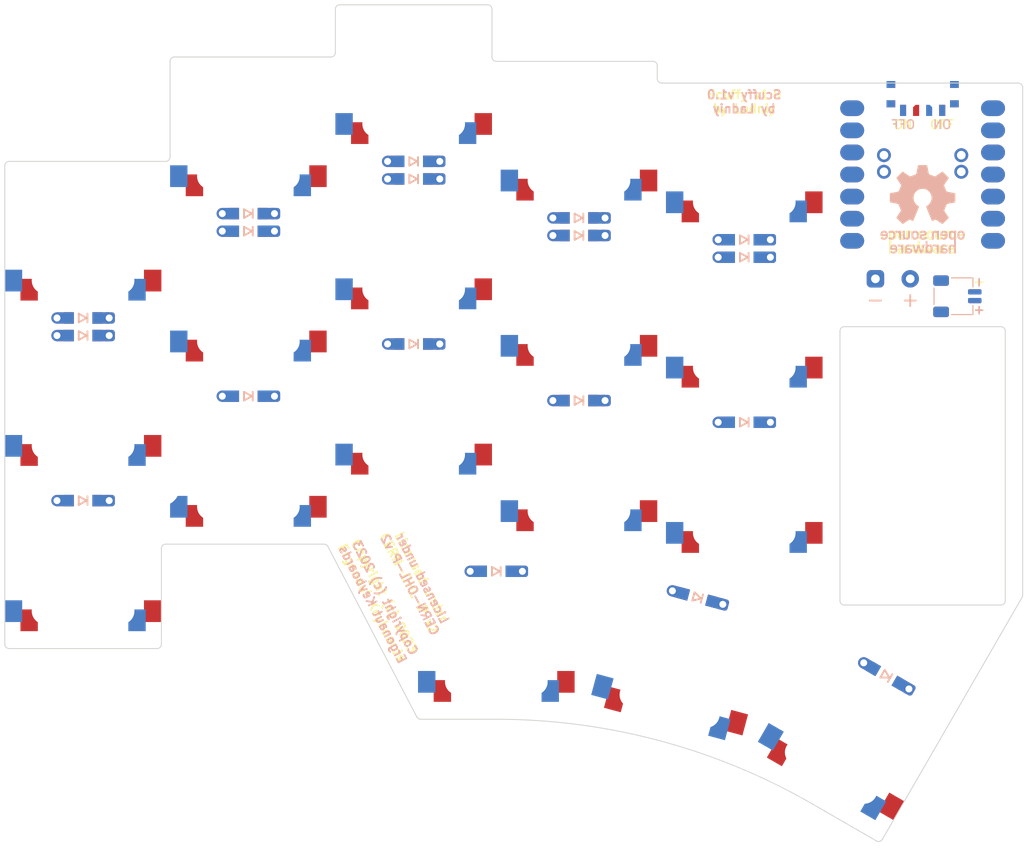
<source format=kicad_pcb>
(kicad_pcb (version 20221018) (generator pcbnew)
  (layers (0 "F.Cu" signal) (31 "B.Cu" signal) (34 "B.Paste" user) (35 "F.Paste" user) (36 "B.SilkS" user "B.Silkscreen") (37 "F.SilkS" user "F.Silkscreen") (38 "B.Mask" user) (39 "F.Mask" user) (44 "Edge.Cuts" user))
  (net 0 "")
  (net 1 "R0")
  (net 2 "Net-(D1-A)")
  (net 3 "Net-(D2-A)")
  (net 4 "Net-(D3-A)")
  (net 5 "Net-(D4-A)")
  (net 6 "Net-(D5-A)")
  (net 7 "R1")
  (net 8 "Net-(D7-A)")
  (net 9 "Net-(D8-A)")
  (net 10 "Net-(D9-A)")
  (net 11 "Net-(D10-A)")
  (net 12 "Net-(D11-A)")
  (net 13 "R2")
  (net 14 "Net-(D13-A)")
  (net 15 "Net-(D14-A)")
  (net 16 "Net-(D15-A)")
  (net 17 "Net-(D16-A)")
  (net 18 "Net-(D17-A)")
  (net 19 "R3")
  (net 20 "Net-(J1-Pin_1)")
  (net 21 "B-")
  (net 22 "B+")
  (net 24 "C0")
  (net 25 "C1")
  (net 26 "C2")
  (net 27 "C3")
  (net 28 "C4")
  (net 30 "+3V3")
  (net 31 "GND")
  (net 32 "+5V")
  (net 34 "Net-(D6-A)")
  (net 35 "Net-(D12-A)")
  (net 36 "Net-(D18-A)")
  (footprint "scuffy:Battery" (layer "F.Cu") (at 186.97 86.76 180)
    (fp_text reference "J2" hide)
    (fp_text value "BATT" hide)
    (pad "1" thru_hole circle (at -2 0 180) (size 2 2) (drill 1) (layers "*.Cu" "*.Mask") (net 20 "Net-(J1-Pin_1)"))
    (pad "2" thru_hole roundrect (at 2 0 270) (size 2 2) (drill 1) (layers "*.Cu" "*.Mask") (net 21 "B-"))
  )
  (footprint "scuffy:Hole_2.2mm" (layer "F.Cu") (at 193.851755 132.182575)
    (fp_text reference "H7" hide)
    (fp_text value "StandoffHole" hide)
    (pad "" np_thru_hole circle (at 0 0 270) (size 2.2 2.2) (drill 2.2) (layers "F&B.Cu" "*.Mask"))
  )
  (footprint "scuffy:KS-27_KS-33_Hotswap_1U_DUAL" (layer "F.Cu") (at 93.892758 120.259559)
    (fp_text reference "SW11")
    (fp_text value "SW_SPST" hide)
    (pad "" np_thru_hole circle (at -4.4 4.7) (size 3 3) (drill 3) (layers "F&B.Cu" "*.Mask"))
    (pad "" np_thru_hole circle (at -2.6 5.75) (size 3 3) (drill 3) (layers "F&B.Cu" "*.Mask"))
    (pad "" np_thru_hole circle (at 0 0) (size 5.1 5.1) (drill 5.1) (layers "F&B.Cu" "*.Mask"))
    (pad "" np_thru_hole circle (at 2.6 5.75) (size 3 3) (drill 3) (layers "F&B.Cu" "*.Mask"))
    (pad "" np_thru_hole circle (at 4.4 4.7) (size 3 3) (drill 3) (layers "F&B.Cu" "*.Mask"))
    (pad "1" smd rect (at -8 4.7) (size 2 2.5) (layers "B.Cu" "B.Paste" "B.Mask") (net 12 "Net-(D11-A)"))
    (pad "1" smd rect (at -6.2 5.75) (size 2 2.5) (layers "F.Cu" "F.Paste" "F.Mask") (net 12 "Net-(D11-A)"))
    (pad "2" smd rect (at 6.2 5.75) (size 2 2.5) (layers "B.Cu" "B.Paste" "B.Mask") (net 24 "C0"))
    (pad "2" smd rect (at 8 4.7) (size 2 2.5) (layers "F.Cu" "F.Paste" "F.Mask") (net 24 "C0"))
  )
  (footprint "scuffy:OSHW-logo" (layer "F.Cu") (at 190.392758 78.77)
    (fp_text reference "G1" hide)
    (fp_text value "LOGO" hide)
  )
  (footprint "scuffy:XIAO_nRF52840_DUAL" (layer "F.Cu") (at 190.392758 64.27)
    (fp_text reference "U1" hide)
    (fp_text value "XIAO_nRF52840" hide)
    (pad "1" smd oval (at -8.56996 2.88 180) (size 2.75 1.8) (drill (offset -0.475 0)) (layers "F.Cu" "F.Paste" "F.Mask") (net 24 "C0"))
    (pad "1" smd oval (at 8.56996 2.88 180) (size 2.75 1.8) (drill (offset 0.475 0)) (layers "B.Cu" "B.Paste" "B.Mask") (net 24 "C0"))
    (pad "2" smd oval (at -8.56996 5.42 180) (size 2.75 1.8) (drill (offset -0.475 0)) (layers "F.Cu" "F.Paste" "F.Mask") (net 25 "C1"))
    (pad "2" smd oval (at 8.56996 5.42 180) (size 2.75 1.8) (drill (offset 0.475 0)) (layers "B.Cu" "B.Paste" "B.Mask") (net 25 "C1"))
    (pad "3" smd oval (at -8.56996 7.96 180) (size 2.75 1.8) (drill (offset -0.475 0)) (layers "F.Cu" "F.Paste" "F.Mask") (net 26 "C2"))
    (pad "3" smd oval (at 8.56996 7.96 180) (size 2.75 1.8) (drill (offset 0.475 0)) (layers "B.Cu" "B.Paste" "B.Mask") (net 26 "C2"))
    (pad "4" smd oval (at -8.56996 10.5 180) (size 2.75 1.8) (drill (offset -0.475 0)) (layers "F.Cu" "F.Paste" "F.Mask") (net 27 "C3"))
    (pad "4" smd oval (at 8.56996 10.5 180) (size 2.75 1.8) (drill (offset 0.475 0)) (layers "B.Cu" "B.Paste" "B.Mask") (net 27 "C3"))
    (pad "5" smd oval (at -8.56996 13.04 180) (size 2.75 1.8) (drill (offset -0.475 0)) (layers "F.Cu" "F.Paste" "F.Mask") (net 28 "C4"))
    (pad "5" smd oval (at 8.56996 13.04 180) (size 2.75 1.8) (drill (offset 0.475 0)) (layers "B.Cu" "B.Paste" "B.Mask") (net 28 "C4"))
    (pad "6" smd oval (at -8.56996 15.58 180) (size 2.75 1.8) (drill (offset -0.475 0)) (layers "F.Cu" "F.Paste" "F.Mask"))
    (pad "6" smd oval (at 8.56996 15.58 180) (size 2.75 1.8) (drill (offset 0.475 0)) (layers "B.Cu" "B.Paste" "B.Mask"))
    (pad "7" smd oval (at -8.56996 18.12 180) (size 2.75 1.8) (drill (offset -0.475 0)) (layers "F.Cu" "F.Paste" "F.Mask"))
    (pad "7" smd oval (at 8.56996 18.12 180) (size 2.75 1.8) (drill (offset 0.475 0)) (layers "B.Cu" "B.Paste" "B.Mask"))
    (pad "8" smd oval (at -8.56996 18.12) (size 2.75 1.8) (drill (offset 0.475 0)) (layers "B.Cu" "B.Paste" "B.Mask") (net 19 "R3"))
    (pad "8" smd oval (at 8.56996 18.12) (size 2.75 1.8) (drill (offset -0.475 0)) (layers "F.Cu" "F.Paste" "F.Mask") (net 19 "R3"))
    (pad "9" smd oval (at -8.56996 15.58) (size 2.75 1.8) (drill (offset 0.475 0)) (layers "B.Cu" "B.Paste" "B.Mask") (net 13 "R2"))
    (pad "9" smd oval (at 8.56996 15.58) (size 2.75 1.8) (drill (offset -0.475 0)) (layers "F.Cu" "F.Paste" "F.Mask") (net 13 "R2"))
    (pad "10" smd oval (at -8.56996 13.04) (size 2.75 1.8) (drill (offset 0.475 0)) (layers "B.Cu" "B.Paste" "B.Mask") (net 7 "R1"))
    (pad "10" smd oval (at 8.56996 13.04) (size 2.75 1.8) (drill (offset -0.475 0)) (layers "F.Cu" "F.Paste" "F.Mask") (net 7 "R1"))
    (pad "11" smd oval (at -8.56996 10.5) (size 2.75 1.8) (drill (offset 0.475 0)) (layers "B.Cu" "B.Paste" "B.Mask") (net 1 "R0"))
    (pad "11" smd oval (at 8.56996 10.5) (size 2.75 1.8) (drill (offset -0.475 0)) (layers "F.Cu" "F.Paste" "F.Mask") (net 1 "R0"))
    (pad "12" smd oval (at -8.56996 7.96) (size 2.75 1.8) (drill (offset 0.475 0)) (layers "B.Cu" "B.Paste" "B.Mask") (net 30 "+3V3"))
    (pad "12" smd oval (at 8.56996 7.96) (size 2.75 1.8) (drill (offset -0.475 0)) (layers "F.Cu" "F.Paste" "F.Mask") (net 30 "+3V3"))
    (pad "13" smd oval (at -8.56996 5.42) (size 2.75 1.8) (drill (offset 0.475 0)) (layers "B.Cu" "B.Paste" "B.Mask") (net 31 "GND"))
    (pad "13" smd oval (at 8.56996 5.42) (size 2.75 1.8) (drill (offset -0.475 0)) (layers "F.Cu" "F.Paste" "F.Mask") (net 31 "GND"))
    (pad "14" smd oval (at -8.56996 2.88) (size 2.75 1.8) (drill (offset 0.475 0)) (layers "B.Cu" "B.Paste" "B.Mask") (net 32 "+5V"))
    (pad "14" smd oval (at 8.56996 2.88) (size 2.75 1.8) (drill (offset -0.475 0)) (layers "F.Cu" "F.Paste" "F.Mask") (net 32 "+5V"))
    (pad "19" thru_hole circle (at -4.445 10.183 180) (size 1.6 1.6) (drill 1) (layers "*.Cu" "*.Mask") (net 22 "B+"))
    (pad "19" thru_hole circle (at 4.445 10.183 180) (size 1.6 1.6) (drill 1) (layers "*.Cu" "*.Mask") (net 22 "B+"))
    (pad "20" thru_hole circle (at -4.445 8.278 180) (size 1.6 1.6) (drill 1) (layers "*.Cu" "*.Mask") (net 21 "B-"))
    (pad "20" thru_hole circle (at 4.445 8.278 180) (size 1.6 1.6) (drill 1) (layers "*.Cu" "*.Mask") (net 21 "B-"))
  )
  (footprint "scuffy:Hole_2.2mm" (layer "F.Cu") (at 199.392758 88.759559)
    (fp_text reference "H6" hide)
    (fp_text value "StandoffHole" hide)
    (pad "" np_thru_hole circle (at 0 0 270) (size 2.2 2.2) (drill 2.2) (layers "F&B.Cu" "*.Mask"))
  )
  (footprint "scuffy:KS-27_KS-33_Hotswap_1U_DUAL" (layer "F.Cu") (at 93.892758 82.259559)
    (fp_text reference "SW1")
    (fp_text value "SW_SPST" hide)
    (pad "" np_thru_hole circle (at -4.4 4.7) (size 3 3) (drill 3) (layers "F&B.Cu" "*.Mask"))
    (pad "" np_thru_hole circle (at -2.6 5.75) (size 3 3) (drill 3) (layers "F&B.Cu" "*.Mask"))
    (pad "" np_thru_hole circle (at 0 0) (size 5.1 5.1) (drill 5.1) (layers "F&B.Cu" "*.Mask"))
    (pad "" np_thru_hole circle (at 2.6 5.75) (size 3 3) (drill 3) (layers "F&B.Cu" "*.Mask"))
    (pad "" np_thru_hole circle (at 4.4 4.7) (size 3 3) (drill 3) (layers "F&B.Cu" "*.Mask"))
    (pad "1" smd rect (at -8 4.7) (size 2 2.5) (layers "B.Cu" "B.Paste" "B.Mask") (net 2 "Net-(D1-A)"))
    (pad "1" smd rect (at -6.2 5.75) (size 2 2.5) (layers "F.Cu" "F.Paste" "F.Mask") (net 2 "Net-(D1-A)"))
    (pad "2" smd rect (at 6.2 5.75) (size 2 2.5) (layers "B.Cu" "B.Paste" "B.Mask") (net 24 "C0"))
    (pad "2" smd rect (at 8 4.7) (size 2 2.5) (layers "F.Cu" "F.Paste" "F.Mask") (net 24 "C0"))
  )
  (footprint "scuffy:KS-27_KS-33_Hotswap_1U_DUAL" (layer "F.Cu") (at 182.22259 139.32488 -30)
    (fp_text reference "SW18")
    (fp_text value "SW_SPST" hide)
    (pad "" np_thru_hole circle (at -4.4 4.7 330) (size 3 3) (drill 3) (layers "F&B.Cu" "*.Mask"))
    (pad "" np_thru_hole circle (at -2.6 5.75 330) (size 3 3) (drill 3) (layers "F&B.Cu" "*.Mask"))
    (pad "" np_thru_hole circle (at 0 0 330) (size 5.1 5.1) (drill 5.1) (layers "F&B.Cu" "*.Mask"))
    (pad "" np_thru_hole circle (at 2.6 5.75 330) (size 3 3) (drill 3) (layers "F&B.Cu" "*.Mask"))
    (pad "" np_thru_hole circle (at 4.4 4.7 330) (size 3 3) (drill 3) (layers "F&B.Cu" "*.Mask"))
    (pad "1" smd rect (at -8 4.7 330) (size 2 2.5) (layers "B.Cu" "B.Paste" "B.Mask") (net 36 "Net-(D18-A)"))
    (pad "1" smd rect (at -6.2 5.75 330) (size 2 2.5) (layers "F.Cu" "F.Paste" "F.Mask") (net 36 "Net-(D18-A)"))
    (pad "2" smd rect (at 6.2 5.75 330) (size 2 2.5) (layers "B.Cu" "B.Paste" "B.Mask") (net 28 "C4"))
    (pad "2" smd rect (at 8 4.7 330) (size 2 2.5) (layers "F.Cu" "F.Paste" "F.Mask") (net 28 "C4"))
  )
  (footprint "scuffy:KS-27_KS-33_Hotswap_1U_DUAL" (layer "F.Cu") (at 141.392758 128.384559)
    (fp_text reference "SW16")
    (fp_text value "SW_SPST" hide)
    (pad "" np_thru_hole circle (at -4.4 4.7) (size 3 3) (drill 3) (layers "F&B.Cu" "*.Mask"))
    (pad "" np_thru_hole circle (at -2.6 5.75) (size 3 3) (drill 3) (layers "F&B.Cu" "*.Mask"))
    (pad "" np_thru_hole circle (at 0 0) (size 5.1 5.1) (drill 5.1) (layers "F&B.Cu" "*.Mask"))
    (pad "" np_thru_hole circle (at 2.6 5.75) (size 3 3) (drill 3) (layers "F&B.Cu" "*.Mask"))
    (pad "" np_thru_hole circle (at 4.4 4.7) (size 3 3) (drill 3) (layers "F&B.Cu" "*.Mask"))
    (pad "1" smd rect (at -8 4.7) (size 2 2.5) (layers "B.Cu" "B.Paste" "B.Mask") (net 17 "Net-(D16-A)"))
    (pad "1" smd rect (at -6.2 5.75) (size 2 2.5) (layers "F.Cu" "F.Paste" "F.Mask") (net 17 "Net-(D16-A)"))
    (pad "2" smd rect (at 6.2 5.75) (size 2 2.5) (layers "B.Cu" "B.Paste" "B.Mask") (net 26 "C2"))
    (pad "2" smd rect (at 8 4.7) (size 2 2.5) (layers "F.Cu" "F.Paste" "F.Mask") (net 26 "C2"))
  )
  (footprint "scuffy:KS-27_KS-33_Hotswap_1U_DUAL" (layer "F.Cu") (at 162.527834 131.167045 -15)
    (fp_text reference "SW17")
    (fp_text value "SW_SPST" hide)
    (pad "" np_thru_hole circle (at -4.4 4.7 345) (size 3 3) (drill 3) (layers "F&B.Cu" "*.Mask"))
    (pad "" np_thru_hole circle (at -2.6 5.75 345) (size 3 3) (drill 3) (layers "F&B.Cu" "*.Mask"))
    (pad "" np_thru_hole circle (at 0 0 345) (size 5.1 5.1) (drill 5.1) (layers "F&B.Cu" "*.Mask"))
    (pad "" np_thru_hole circle (at 2.6 5.75 345) (size 3 3) (drill 3) (layers "F&B.Cu" "*.Mask"))
    (pad "" np_thru_hole circle (at 4.4 4.7 345) (size 3 3) (drill 3) (layers "F&B.Cu" "*.Mask"))
    (pad "1" smd rect (at -8 4.7 345) (size 2 2.5) (layers "B.Cu" "B.Paste" "B.Mask") (net 18 "Net-(D17-A)"))
    (pad "1" smd rect (at -6.2 5.75 345) (size 2 2.5) (layers "F.Cu" "F.Paste" "F.Mask") (net 18 "Net-(D17-A)"))
    (pad "2" smd rect (at 6.2 5.75 345) (size 2 2.5) (layers "B.Cu" "B.Paste" "B.Mask") (net 27 "C3"))
    (pad "2" smd rect (at 8 4.7 345) (size 2 2.5) (layers "F.Cu" "F.Paste" "F.Mask") (net 27 "C3"))
  )
  (footprint "scuffy:MSK-12C02_DUAL" (layer "F.Cu") (at 190.392758 64.26)
    (fp_text reference "PWR1" hide)
    (fp_text value "SW_SPDT")
    (fp_text user "ON" (at 2.25 4.77) (layer "B.SilkS") (effects (justify mirror)))
    (fp_text user "OFF" (at -2.25 4.77) (layer "B.SilkS") (effects (justify mirror)))
    (fp_text user "ON" (at -2.25 4.77) (layer "F.SilkS"))
    (fp_text user "OFF" (at 2.25 4.77) (layer "F.SilkS"))
    (pad "" smd rect (at -3.65 0.16) (size 1 0.8) (layers "F.Cu" "F.Paste" "F.Mask"))
    (pad "" smd rect (at -3.65 0.16) (size 1 0.8) (layers "B.Cu" "B.Paste" "B.Mask"))
    (pad "" smd rect (at -3.65 2.38) (size 1 0.8) (layers "F.Cu" "F.Paste" "F.Mask"))
    (pad "" smd rect (at -3.65 2.38) (size 1 0.8) (layers "B.Cu" "B.Paste" "B.Mask"))
    (pad "" np_thru_hole circle (at -1.5 1.27) (size 0.9 0.9) (drill 0.9) (layers "*.Cu" "*.Mask"))
    (pad "" np_thru_hole circle (at 1.5 1.27) (size 0.9 0.9) (drill 0.9) (layers "*.Cu" "*.Mask"))
    (pad "" smd rect (at 3.65 0.16) (size 1 0.8) (layers "F.Cu" "F.Paste" "F.Mask"))
    (pad "" smd rect (at 3.65 0.16) (size 1 0.8) (layers "B.Cu" "B.Paste" "B.Mask"))
    (pad "" smd rect (at 3.65 2.38) (size 1 0.8) (layers "F.Cu" "F.Paste" "F.Mask"))
    (pad "" smd rect (at 3.65 2.38) (size 1 0.8) (layers "B.Cu" "B.Paste" "B.Mask"))
    (pad "1" smd rect (at -2.25 3.14) (size 0.7 1.28) (layers "F.Cu" "F.Paste" "F.Mask") (net 22 "B+"))
    (pad "1" smd rect (at -2.25 3.14) (size 0.7 1.28) (layers "B.Cu" "B.Paste" "B.Mask") (net 22 "B+"))
    (pad "2" smd roundrect (at -0.75 3.14) (size 0.7 1.28) (layers "F.Cu" "F.Paste" "F.Mask") (roundrect_rratio 0) (chamfer_ratio 0.4) (chamfer top_left) (net 20 "Net-(J1-Pin_1)"))
    (pad "2" smd roundrect (at 0.75 3.14) (size 0.7 1.28) (layers "B.Cu" "B.Paste" "B.Mask") (roundrect_rratio 0) (chamfer_ratio 0.4) (chamfer top_right) (net 20 "Net-(J1-Pin_1)"))
    (pad "3" smd rect (at 2.25 3.14) (size 0.7 1.28) (layers "F.Cu" "F.Paste" "F.Mask"))
    (pad "3" smd rect (at 2.25 3.14) (size 0.7 1.28) (layers "B.Cu" "B.Paste" "B.Mask"))
  )
  (footprint "scuffy:KS-27_KS-33_Hotswap_1U_DUAL" (layer "F.Cu") (at 112.892758 89.259559)
    (fp_text reference "SW7")
    (fp_text value "SW_SPST" hide)
    (pad "" np_thru_hole circle (at -4.4 4.7) (size 3 3) (drill 3) (layers "F&B.Cu" "*.Mask"))
    (pad "" np_thru_hole circle (at -2.6 5.75) (size 3 3) (drill 3) (layers "F&B.Cu" "*.Mask"))
    (pad "" np_thru_hole circle (at 0 0) (size 5.1 5.1) (drill 5.1) (layers "F&B.Cu" "*.Mask"))
    (pad "" np_thru_hole circle (at 2.6 5.75) (size 3 3) (drill 3) (layers "F&B.Cu" "*.Mask"))
    (pad "" np_thru_hole circle (at 4.4 4.7) (size 3 3) (drill 3) (layers "F&B.Cu" "*.Mask"))
    (pad "1" smd rect (at -8 4.7) (size 2 2.5) (layers "B.Cu" "B.Paste" "B.Mask") (net 8 "Net-(D7-A)"))
    (pad "1" smd rect (at -6.2 5.75) (size 2 2.5) (layers "F.Cu" "F.Paste" "F.Mask") (net 8 "Net-(D7-A)"))
    (pad "2" smd rect (at 6.2 5.75) (size 2 2.5) (layers "B.Cu" "B.Paste" "B.Mask") (net 25 "C1"))
    (pad "2" smd rect (at 8 4.7) (size 2 2.5) (layers "F.Cu" "F.Paste" "F.Mask") (net 25 "C1"))
  )
  (footprint "scuffy:KS-27_KS-33_Hotswap_1U_DUAL" (layer "F.Cu") (at 150.892758 70.759559)
    (fp_text reference "SW4")
    (fp_text value "SW_SPST" hide)
    (pad "" np_thru_hole circle (at -4.4 4.7) (size 3 3) (drill 3) (layers "F&B.Cu" "*.Mask"))
    (pad "" np_thru_hole circle (at -2.6 5.75) (size 3 3) (drill 3) (layers "F&B.Cu" "*.Mask"))
    (pad "" np_thru_hole circle (at 0 0) (size 5.1 5.1) (drill 5.1) (layers "F&B.Cu" "*.Mask"))
    (pad "" np_thru_hole circle (at 2.6 5.75) (size 3 3) (drill 3) (layers "F&B.Cu" "*.Mask"))
    (pad "" np_thru_hole circle (at 4.4 4.7) (size 3 3) (drill 3) (layers "F&B.Cu" "*.Mask"))
    (pad "1" smd rect (at -8 4.7) (size 2 2.5) (layers "B.Cu" "B.Paste" "B.Mask") (net 5 "Net-(D4-A)"))
    (pad "1" smd rect (at -6.2 5.75) (size 2 2.5) (layers "F.Cu" "F.Paste" "F.Mask") (net 5 "Net-(D4-A)"))
    (pad "2" smd rect (at 6.2 5.75) (size 2 2.5) (layers "B.Cu" "B.Paste" "B.Mask") (net 27 "C3"))
    (pad "2" smd rect (at 8 4.7) (size 2 2.5) (layers "F.Cu" "F.Paste" "F.Mask") (net 27 "C3"))
  )
  (footprint "scuffy:KS-27_KS-33_Hotswap_1U_DUAL" (layer "F.Cu") (at 112.892758 108.259559)
    (fp_text reference "SW12")
    (fp_text value "SW_SPST" hide)
    (pad "" np_thru_hole circle (at -4.4 4.7) (size 3 3) (drill 3) (layers "F&B.Cu" "*.Mask"))
    (pad "" np_thru_hole circle (at -2.6 5.75) (size 3 3) (drill 3) (layers "F&B.Cu" "*.Mask"))
    (pad "" np_thru_hole circle (at 0 0) (size 5.1 5.1) (drill 5.1) (layers "F&B.Cu" "*.Mask"))
    (pad "" np_thru_hole circle (at 2.6 5.75) (size 3 3) (drill 3) (layers "F&B.Cu" "*.Mask"))
    (pad "" np_thru_hole circle (at 4.4 4.7) (size 3 3) (drill 3) (layers "F&B.Cu" "*.Mask"))
    (pad "1" smd rect (at -8 4.7) (size 2 2.5) (layers "B.Cu" "B.Paste" "B.Mask") (net 35 "Net-(D12-A)"))
    (pad "1" smd rect (at -6.2 5.75) (size 2 2.5) (layers "F.Cu" "F.Paste" "F.Mask") (net 35 "Net-(D12-A)"))
    (pad "2" smd rect (at 6.2 5.75) (size 2 2.5) (layers "B.Cu" "B.Paste" "B.Mask") (net 25 "C1"))
    (pad "2" smd rect (at 8 4.7) (size 2 2.5) (layers "F.Cu" "F.Paste" "F.Mask") (net 25 "C1"))
  )
  (footprint "scuffy:Hole_4.2mm" (layer "F.Cu") (at 176.579075 125.09694)
    (fp_text reference "H4" hide)
    (fp_text value "MountingHole" hide)
    (pad "" np_thru_hole circle (at 0 0 270) (size 4.2 4.2) (drill 4.2) (layers "*.Cu" "*.Mask"))
  )
  (footprint "scuffy:KS-27_KS-33_Hotswap_1U_DUAL" (layer "F.Cu") (at 150.892758 108.759559)
    (fp_text reference "SW14")
    (fp_text value "SW_SPST" hide)
    (pad "" np_thru_hole circle (at -4.4 4.7) (size 3 3) (drill 3) (layers "F&B.Cu" "*.Mask"))
    (pad "" np_thru_hole circle (at -2.6 5.75) (size 3 3) (drill 3) (layers "F&B.Cu" "*.Mask"))
    (pad "" np_thru_hole circle (at 0 0) (size 5.1 5.1) (drill 5.1) (layers "F&B.Cu" "*.Mask"))
    (pad "" np_thru_hole circle (at 2.6 5.75) (size 3 3) (drill 3) (layers "F&B.Cu" "*.Mask"))
    (pad "" np_thru_hole circle (at 4.4 4.7) (size 3 3) (drill 3) (layers "F&B.Cu" "*.Mask"))
    (pad "1" smd rect (at -8 4.7) (size 2 2.5) (layers "B.Cu" "B.Paste" "B.Mask") (net 15 "Net-(D14-A)"))
    (pad "1" smd rect (at -6.2 5.75) (size 2 2.5) (layers "F.Cu" "F.Paste" "F.Mask") (net 15 "Net-(D14-A)"))
    (pad "2" smd rect (at 6.2 5.75) (size 2 2.5) (layers "B.Cu" "B.Paste" "B.Mask") (net 27 "C3"))
    (pad "2" smd rect (at 8 4.7) (size 2 2.5) (layers "F.Cu" "F.Paste" "F.Mask") (net 27 "C3"))
  )
  (footprint "scuffy:KS-27_KS-33_Hotswap_1U_DUAL" (layer "F.Cu") (at 112.892758 70.259559)
    (fp_text reference "SW2")
    (fp_text value "SW_SPST" hide)
    (pad "" np_thru_hole circle (at -4.4 4.7) (size 3 3) (drill 3) (layers "F&B.Cu" "*.Mask"))
    (pad "" np_thru_hole circle (at -2.6 5.75) (size 3 3) (drill 3) (layers "F&B.Cu" "*.Mask"))
    (pad "" np_thru_hole circle (at 0 0) (size 5.1 5.1) (drill 5.1) (layers "F&B.Cu" "*.Mask"))
    (pad "" np_thru_hole circle (at 2.6 5.75) (size 3 3) (drill 3) (layers "F&B.Cu" "*.Mask"))
    (pad "" np_thru_hole circle (at 4.4 4.7) (size 3 3) (drill 3) (layers "F&B.Cu" "*.Mask"))
    (pad "1" smd rect (at -8 4.7) (size 2 2.5) (layers "B.Cu" "B.Paste" "B.Mask") (net 3 "Net-(D2-A)"))
    (pad "1" smd rect (at -6.2 5.75) (size 2 2.5) (layers "F.Cu" "F.Paste" "F.Mask") (net 3 "Net-(D2-A)"))
    (pad "2" smd rect (at 6.2 5.75) (size 2 2.5) (layers "B.Cu" "B.Paste" "B.Mask") (net 25 "C1"))
    (pad "2" smd rect (at 8 4.7) (size 2 2.5) (layers "F.Cu" "F.Paste" "F.Mask") (net 25 "C1"))
  )
  (footprint "scuffy:KS-27_KS-33_Hotswap_1U_DUAL" (layer "F.Cu") (at 131.892758 64.259559)
    (fp_text reference "SW3")
    (fp_text value "SW_SPST" hide)
    (pad "" np_thru_hole circle (at -4.4 4.7) (size 3 3) (drill 3) (layers "F&B.Cu" "*.Mask"))
    (pad "" np_thru_hole circle (at -2.6 5.75) (size 3 3) (drill 3) (layers "F&B.Cu" "*.Mask"))
    (pad "" np_thru_hole circle (at 0 0) (size 5.1 5.1) (drill 5.1) (layers "F&B.Cu" "*.Mask"))
    (pad "" np_thru_hole circle (at 2.6 5.75) (size 3 3) (drill 3) (layers "F&B.Cu" "*.Mask"))
    (pad "" np_thru_hole circle (at 4.4 4.7) (size 3 3) (drill 3) (layers "F&B.Cu" "*.Mask"))
    (pad "1" smd rect (at -8 4.7) (size 2 2.5) (layers "B.Cu" "B.Paste" "B.Mask") (net 4 "Net-(D3-A)"))
    (pad "1" smd rect (at -6.2 5.75) (size 2 2.5) (layers "F.Cu" "F.Paste" "F.Mask") (net 4 "Net-(D3-A)"))
    (pad "2" smd rect (at 6.2 5.75) (size 2 2.5) (layers "B.Cu" "B.Paste" "B.Mask") (net 26 "C2"))
    (pad "2" smd rect (at 8 4.7) (size 2 2.5) (layers "F.Cu" "F.Paste" "F.Mask") (net 26 "C2"))
  )
  (footprint "scuffy:KS-27_KS-33_Hotswap_1U_DUAL" (layer "F.Cu") (at 150.892758 89.759559)
    (fp_text reference "SW9")
    (fp_text value "SW_SPST" hide)
    (pad "" np_thru_hole circle (at -4.4 4.7) (size 3 3) (drill 3) (layers "F&B.Cu" "*.Mask"))
    (pad "" np_thru_hole circle (at -2.6 5.75) (size 3 3) (drill 3) (layers "F&B.Cu" "*.Mask"))
    (pad "" np_thru_hole circle (at 0 0) (size 5.1 5.1) (drill 5.1) (layers "F&B.Cu" "*.Mask"))
    (pad "" np_thru_hole circle (at 2.6 5.75) (size 3 3) (drill 3) (layers "F&B.Cu" "*.Mask"))
    (pad "" np_thru_hole circle (at 4.4 4.7) (size 3 3) (drill 3) (layers "F&B.Cu" "*.Mask"))
    (pad "1" smd rect (at -8 4.7) (size 2 2.5) (layers "B.Cu" "B.Paste" "B.Mask") (net 10 "Net-(D9-A)"))
    (pad "1" smd rect (at -6.2 5.75) (size 2 2.5) (layers "F.Cu" "F.Paste" "F.Mask") (net 10 "Net-(D9-A)"))
    (pad "2" smd rect (at 6.2 5.75) (size 2 2.5) (layers "B.Cu" "B.Paste" "B.Mask") (net 27 "C3"))
    (pad "2" smd rect (at 8 4.7) (size 2 2.5) (layers "F.Cu" "F.Paste" "F.Mask") (net 27 "C3"))
  )
  (footprint "scuffy:KS-27_KS-33_Hotswap_1U_DUAL" (layer "F.Cu") (at 131.892758 102.259559)
    (fp_text reference "SW13")
    (fp_text value "SW_SPST" hide)
    (pad "" np_thru_hole circle (at -4.4 4.7) (size 3 3) (drill 3) (layers "F&B.Cu" "*.Mask"))
    (pad "" np_thru_hole circle (at -2.6 5.75) (size 3 3) (drill 3) (layers "F&B.Cu" "*.Mask"))
    (pad "" np_thru_hole circle (at 0 0) (size 5.1 5.1) (drill 5.1) (layers "F&B.Cu" "*.Mask"))
    (pad "" np_thru_hole circle (at 2.6 5.75) (size 3 3) (drill 3) (layers "F&B.Cu" "*.Mask"))
    (pad "" np_thru_hole circle (at 4.4 4.7) (size 3 3) (drill 3) (layers "F&B.Cu" "*.Mask"))
    (pad "1" smd rect (at -8 4.7) (size 2 2.5) (layers "B.Cu" "B.Paste" "B.Mask") (net 14 "Net-(D13-A)"))
    (pad "1" smd rect (at -6.2 5.75) (size 2 2.5) (layers "F.Cu" "F.Paste" "F.Mask") (net 14 "Net-(D13-A)"))
    (pad "2" smd rect (at 6.2 5.75) (size 2 2.5) (layers "B.Cu" "B.Paste" "B.Mask") (net 26 "C2"))
    (pad "2" smd rect (at 8 4.7) (size 2 2.5) (layers "F.Cu" "F.Paste" "F.Mask") (net 26 "C2"))
  )
  (footprint "scuffy:KS-27_KS-33_Hotswap_1U_DUAL" (layer "F.Cu") (at 93.892758 101.259559)
    (fp_text reference "SW6")
    (fp_text value "SW_SPST" hide)
    (pad "" np_thru_hole circle (at -4.4 4.7) (size 3 3) (drill 3) (layers "F&B.Cu" "*.Mask"))
    (pad "" np_thru_hole circle (at -2.6 5.75) (size 3 3) (drill 3) (layers "F&B.Cu" "*.Mask"))
    (pad "" np_thru_hole circle (at 0 0) (size 5.1 5.1) (drill 5.1) (layers "F&B.Cu" "*.Mask"))
    (pad "" np_thru_hole circle (at 2.6 5.75) (size 3 3) (drill 3) (layers "F&B.Cu" "*.Mask"))
    (pad "" np_thru_hole circle (at 4.4 4.7) (size 3 3) (drill 3) (layers "F&B.Cu" "*.Mask"))
    (pad "1" smd rect (at -8 4.7) (size 2 2.5) (layers "B.Cu" "B.Paste" "B.Mask") (net 34 "Net-(D6-A)"))
    (pad "1" smd rect (at -6.2 5.75) (size 2 2.5) (layers "F.Cu" "F.Paste" "F.Mask") (net 34 "Net-(D6-A)"))
    (pad "2" smd rect (at 6.2 5.75) (size 2 2.5) (layers "B.Cu" "B.Paste" "B.Mask") (net 24 "C0"))
    (pad "2" smd rect (at 8 4.7) (size 2 2.5) (layers "F.Cu" "F.Paste" "F.Mask") (net 24 "C0"))
  )
  (footprint "scuffy:Hole_2.2mm" (layer "F.Cu") (at 181.392758 88.759559)
    (fp_text reference "H5" hide)
    (fp_text value "StandoffHole" hide)
    (pad "" np_thru_hole circle (at 0 0 270) (size 2.2 2.2) (drill 2.2) (layers "F&B.Cu" "*.Mask"))
  )
  (footprint "scuffy:KS-27_KS-33_Hotswap_1U_DUAL" (layer "F.Cu") (at 169.892758 73.259559)
    (fp_text reference "SW5")
    (fp_text value "SW_SPST" hide)
    (pad "" np_thru_hole circle (at -4.4 4.7) (size 3 3) (drill 3) (layers "F&B.Cu" "*.Mask"))
    (pad "" np_thru_hole circle (at -2.6 5.75) (size 3 3) (drill 3) (layers "F&B.Cu" "*.Mask"))
    (pad "" np_thru_hole circle (at 0 0) (size 5.1 5.1) (drill 5.1) (layers "F&B.Cu" "*.Mask"))
    (pad "" np_thru_hole circle (at 2.6 5.75) (size 3 3) (drill 3) (layers "F&B.Cu" "*.Mask"))
    (pad "" np_thru_hole circle (at 4.4 4.7) (size 3 3) (drill 3) (layers "F&B.Cu" "*.Mask"))
    (pad "1" smd rect (at -8 4.7) (size 2 2.5) (layers "B.Cu" "B.Paste" "B.Mask") (net 6 "Net-(D5-A)"))
    (pad "1" smd rect (at -6.2 5.75) (size 2 2.5) (layers "F.Cu" "F.Paste" "F.Mask") (net 6 "Net-(D5-A)"))
    (pad "2" smd rect (at 6.2 5.75) (size 2 2.5) (layers "B.Cu" "B.Paste" "B.Mask") (net 28 "C4"))
    (pad "2" smd rect (at 8 4.7) (size 2 2.5) (layers "F.Cu" "F.Paste" "F.Mask") (net 28 "C4"))
  )
  (footprint "scuffy:Hole_4.2mm" (layer "F.Cu") (at 102.892758 110.759559)
    (fp_text reference "H2" hide)
    (fp_text value "MountingHole" hide)
    (pad "" np_thru_hole circle (at 0 0 270) (size 4.2 4.2) (drill 4.2) (layers "*.Cu" "*.Mask"))
  )
  (footprint "scuffy:Hole_4.2mm" (layer "F.Cu") (at 103.892758 79.759559)
    (fp_text reference "H1" hide)
    (fp_text value "MountingHole" hide)
    (pad "" np_thru_hole circle (at 0 0 270) (size 4.2 4.2) (drill 4.2) (layers "*.Cu" "*.Mask"))
  )
  (footprint "scuffy:KS-27_KS-33_Hotswap_1U_DUAL" (layer "F.Cu") (at 169.892758 92.259559)
    (fp_text reference "SW10")
    (fp_text value "SW_SPST" hide)
    (pad "" np_thru_hole circle (at -4.4 4.7) (size 3 3) (drill 3) (layers "F&B.Cu" "*.Mask"))
    (pad "" np_thru_hole circle (at -2.6 5.75) (size 3 3) (drill 3) (layers "F&B.Cu" "*.Mask"))
    (pad "" np_thru_hole circle (at 0 0) (size 5.1 5.1) (drill 5.1) (layers "F&B.Cu" "*.Mask"))
    (pad "" np_thru_hole circle (at 2.6 5.75) (size 3 3) (drill 3) (layers "F&B.Cu" "*.Mask"))
    (pad "" np_thru_hole circle (at 4.4 4.7) (size 3 3) (drill 3) (layers "F&B.Cu" "*.Mask"))
    (pad "1" smd rect (at -8 4.7) (size 2 2.5) (layers "B.Cu" "B.Paste" "B.Mask") (net 11 "Net-(D10-A)"))
    (pad "1" smd rect (at -6.2 5.75) (size 2 2.5) (layers "F.Cu" "F.Paste" "F.Mask") (net 11 "Net-(D10-A)"))
    (pad "2" smd rect (at 6.2 5.75) (size 2 2.5) (layers "B.Cu" "B.Paste" "B.Mask") (net 28 "C4"))
    (pad "2" smd rect (at 8 4.7) (size 2 2.5) (layers "F.Cu" "F.Paste" "F.Mask") (net 28 "C4"))
  )
  (footprint "scuffy:KS-27_KS-33_Hotswap_1U_DUAL" (layer "F.Cu") (at 131.892758 83.259559)
    (fp_text reference "SW8")
    (fp_text value "SW_SPST" hide)
    (pad "" np_thru_hole circle (at -4.4 4.7) (size 3 3) (drill 3) (layers "F&B.Cu" "*.Mask"))
    (pad "" np_thru_hole circle (at -2.6 5.75) (size 3 3) (drill 3) (layers "F&B.Cu" "*.Mask"))
    (pad "" np_thru_hole circle (at 0 0) (size 5.1 5.1) (drill 5.1) (layers "F&B.Cu" "*.Mask"))
    (pad "" np_thru_hole circle (at 2.6 5.75) (size 3 3) (drill 3) (layers "F&B.Cu" "*.Mask"))
    (pad "" np_thru_hole circle (at 4.4 4.7) (size 3 3) (drill 3) (layers "F&B.Cu" "*.Mask"))
    (pad "1" smd rect (at -8 4.7) (size 2 2.5) (layers "B.Cu" "B.Paste" "B.Mask") (net 9 "Net-(D8-A)"))
    (pad "1" smd rect (at -6.2 5.75) (size 2 2.5) (layers "F.Cu" "F.Paste" "F.Mask") (net 9 "Net-(D8-A)"))
    (pad "2" smd rect (at 6.2 5.75) (size 2 2.5) (layers "B.Cu" "B.Paste" "B.Mask") (net 26 "C2"))
    (pad "2" smd rect (at 8 4.7) (size 2 2.5) (layers "F.Cu" "F.Paste" "F.Mask") (net 26 "C2"))
  )
  (footprint "scuffy:KS-27_KS-33_Hotswap_1U_DUAL" (layer "F.Cu") (at 169.892758 111.259559)
    (fp_text reference "SW15")
    (fp_text value "SW_SPST" hide)
    (pad "" np_thru_hole circle (at -4.4 4.7) (size 3 3) (drill 3) (layers "F&B.Cu" "*.Mask"))
    (pad "" np_thru_hole circle (at -2.6 5.75) (size 3 3) (drill 3) (layers "F&B.Cu" "*.Mask"))
    (pad "" np_thru_hole circle (at 0 0) (size 5.1 5.1) (drill 5.1) (layers "F&B.Cu" "*.Mask"))
    (pad "" np_thru_hole circle (at 2.6 5.75) (size 3 3) (drill 3) (layers "F&B.Cu" "*.Mask"))
    (pad "" np_thru_hole circle (at 4.4 4.7) (size 3 3) (drill 3) (layers "F&B.Cu" "*.Mask"))
    (pad "1" smd rect (at -8 4.7) (size 2 2.5) (layers "B.Cu" "B.Paste" "B.Mask") (net 16 "Net-(D15-A)"))
    (pad "1" smd rect (at -6.2 5.75) (size 2 2.5) (layers "F.Cu" "F.Paste" "F.Mask") (net 16 "Net-(D15-A)"))
    (pad "2" smd rect (at 6.2 5.75) (size 2 2.5) (layers "B.Cu" "B.Paste" "B.Mask") (net 28 "C4"))
    (pad "2" smd rect (at 8 4.7) (size 2 2.5) (layers "F.Cu" "F.Paste" "F.Mask") (net 28 "C4"))
  )
  (footprint "scuffy:Hole_4.2mm" (layer "F.Cu") (at 160.392758 81.509559)
    (fp_text reference "H3" hide)
    (fp_text value "MountingHole" hide)
    (pad "" np_thru_hole circle (at 0 0 270) (size 4.2 4.2) (drill 4.2) (layers "*.Cu" "*.Mask"))
  )
  (footprint "scuffy:Diode_TH_SMD_DUAL" (layer "B.Cu") (at 169.892758 84.28 180)
    (fp_text reference "D10" hide)
    (fp_text value "D_Small" hide)
    (pad "1" thru_hole roundrect (at -3 0 180) (size 1.3 1.3) (drill 0.8) (layers "*.Cu" "*.Mask") (net 7 "R1"))
    (pad "1" smd rect (at -2.0375 0) (size 1.925 1.3) (layers "F.Cu") (net 7 "R1"))
    (pad "1" smd rect (at -2.0375 0) (size 1.925 1.3) (layers "B.Cu") (net 7 "R1"))
    (pad "1" smd rect (at -1.6375 0) (size 1.125 1.3) (layers "F.Cu" "F.Paste" "F.Mask") (net 7 "R1"))
    (pad "1" smd rect (at -1.6375 0) (size 1.125 1.3) (layers "B.Cu" "B.Paste" "B.Mask") (net 7 "R1"))
    (pad "2" smd rect (at 1.6375 0) (size 1.125 1.3) (layers "F.Cu" "F.Paste" "F.Mask") (net 11 "Net-(D10-A)"))
    (pad "2" smd rect (at 1.6375 0) (size 1.125 1.3) (layers "B.Cu" "B.Paste" "B.Mask") (net 11 "Net-(D10-A)"))
    (pad "2" smd rect (at 2.0375 0) (size 1.925 1.3) (layers "F.Cu") (net 11 "Net-(D10-A)"))
    (pad "2" smd rect (at 2.0375 0) (size 1.925 1.3) (layers "B.Cu") (net 11 "Net-(D10-A)"))
    (pad "2" thru_hole circle (at 3 0 180) (size 1.3 1.3) (drill 0.8) (layers "*.Cu" "*.Mask") (net 11 "Net-(D10-A)"))
  )
  (footprint "scuffy:OSHW-logo" (layer "B.Cu") (at 190.392758 78.77 180)
    (fp_text reference "G2" hide)
    (fp_text value "LOGO" hide)
  )
  (footprint "scuffy:JST_SH_Battery_DUAL" (layer "B.Cu") (at 194.39 88.76 90)
    (fp_text reference "J1" hide)
    (fp_text value "BATT")
    (pad "1" smd roundrect (at -0.5 2 90) (size 0.6 1.55) (layers "B.Cu" "B.Paste" "B.Mask") (net 20 "Net-(J1-Pin_1)"))
    (pad "1" smd roundrect (at 0.5 2 90) (size 0.6 1.55) (layers "F.Cu" "F.Paste" "F.Mask") (net 20 "Net-(J1-Pin_1)"))
    (pad "2" smd roundrect (at -0.5 2 90) (size 0.6 1.55) (layers "F.Cu" "F.Paste" "F.Mask") (net 21 "B-"))
    (pad "2" smd roundrect (at 0.5 2 90) (size 0.6 1.55) (layers "B.Cu" "B.Paste" "B.Mask") (net 21 "B-"))
    (pad "MP" smd roundrect (at -1.8 -1.875 90) (size 1.2 1.8) (layers "F.Cu" "F.Paste" "F.Mask") (roundrect_rratio 0.208333))
    (pad "MP" smd roundrect (at -1.8 -1.875 90) (size 1.2 1.8) (layers "B.Cu" "B.Paste" "B.Mask") (roundrect_rratio 0.208333))
    (pad "MP" smd roundrect (at 1.8 -1.875 90) (size 1.2 1.8) (layers "F.Cu" "F.Paste" "F.Mask") (roundrect_rratio 0.208333))
    (pad "MP" smd roundrect (at 1.8 -1.875 90) (size 1.2 1.8) (layers "B.Cu" "B.Paste" "B.Mask") (roundrect_rratio 0.208333))
  )
  (footprint "scuffy:Diode_TH_SMD_DUAL" (layer "B.Cu") (at 131.892758 94.25 180)
    (fp_text reference "D13" hide)
    (fp_text value "D_Small" hide)
    (pad "1" thru_hole roundrect (at -3 0 180) (size 1.3 1.3) (drill 0.8) (layers "*.Cu" "*.Mask") (net 13 "R2"))
    (pad "1" smd rect (at -2.0375 0) (size 1.925 1.3) (layers "F.Cu") (net 13 "R2"))
    (pad "1" smd rect (at -2.0375 0) (size 1.925 1.3) (layers "B.Cu") (net 13 "R2"))
    (pad "1" smd rect (at -1.6375 0) (size 1.125 1.3) (layers "F.Cu" "F.Paste" "F.Mask") (net 13 "R2"))
    (pad "1" smd rect (at -1.6375 0) (size 1.125 1.3) (layers "B.Cu" "B.Paste" "B.Mask") (net 13 "R2"))
    (pad "2" smd rect (at 1.6375 0) (size 1.125 1.3) (layers "F.Cu" "F.Paste" "F.Mask") (net 14 "Net-(D13-A)"))
    (pad "2" smd rect (at 1.6375 0) (size 1.125 1.3) (layers "B.Cu" "B.Paste" "B.Mask") (net 14 "Net-(D13-A)"))
    (pad "2" smd rect (at 2.0375 0) (size 1.925 1.3) (layers "F.Cu") (net 14 "Net-(D13-A)"))
    (pad "2" smd rect (at 2.0375 0) (size 1.925 1.3) (layers "B.Cu") (net 14 "Net-(D13-A)"))
    (pad "2" thru_hole circle (at 3 0 180) (size 1.3 1.3) (drill 0.8) (layers "*.Cu" "*.Mask") (net 14 "Net-(D13-A)"))
  )
  (footprint "scuffy:Diode_TH_SMD_DUAL" (layer "B.Cu") (at 112.892758 79.26 180)
    (fp_text reference "D2" hide)
    (fp_text value "D_Small" hide)
    (pad "1" thru_hole roundrect (at -3 0 180) (size 1.3 1.3) (drill 0.8) (layers "*.Cu" "*.Mask") (net 1 "R0"))
    (pad "1" smd rect (at -2.0375 0) (size 1.925 1.3) (layers "F.Cu") (net 1 "R0"))
    (pad "1" smd rect (at -2.0375 0) (size 1.925 1.3) (layers "B.Cu") (net 1 "R0"))
    (pad "1" smd rect (at -1.6375 0) (size 1.125 1.3) (layers "F.Cu" "F.Paste" "F.Mask") (net 1 "R0"))
    (pad "1" smd rect (at -1.6375 0) (size 1.125 1.3) (layers "B.Cu" "B.Paste" "B.Mask") (net 1 "R0"))
    (pad "2" smd rect (at 1.6375 0) (size 1.125 1.3) (layers "F.Cu" "F.Paste" "F.Mask") (net 3 "Net-(D2-A)"))
    (pad "2" smd rect (at 1.6375 0) (size 1.125 1.3) (layers "B.Cu" "B.Paste" "B.Mask") (net 3 "Net-(D2-A)"))
    (pad "2" smd rect (at 2.0375 0) (size 1.925 1.3) (layers "F.Cu") (net 3 "Net-(D2-A)"))
    (pad "2" smd rect (at 2.0375 0) (size 1.925 1.3) (layers "B.Cu") (net 3 "Net-(D2-A)"))
    (pad "2" thru_hole circle (at 3 0 180) (size 1.3 1.3) (drill 0.8) (layers "*.Cu" "*.Mask") (net 3 "Net-(D2-A)"))
  )
  (footprint "scuffy:Diode_TH_SMD_DUAL" (layer "B.Cu") (at 93.892758 91.26 180)
    (fp_text reference "D1" hide)
    (fp_text value "D_Small" hide)
    (pad "1" thru_hole roundrect (at -3 0 180) (size 1.3 1.3) (drill 0.8) (layers "*.Cu" "*.Mask") (net 1 "R0"))
    (pad "1" smd rect (at -2.0375 0) (size 1.925 1.3) (layers "F.Cu") (net 1 "R0"))
    (pad "1" smd rect (at -2.0375 0) (size 1.925 1.3) (layers "B.Cu") (net 1 "R0"))
    (pad "1" smd rect (at -1.6375 0) (size 1.125 1.3) (layers "F.Cu" "F.Paste" "F.Mask") (net 1 "R0"))
    (pad "1" smd rect (at -1.6375 0) (size 1.125 1.3) (layers "B.Cu" "B.Paste" "B.Mask") (net 1 "R0"))
    (pad "2" smd rect (at 1.6375 0) (size 1.125 1.3) (layers "F.Cu" "F.Paste" "F.Mask") (net 2 "Net-(D1-A)"))
    (pad "2" smd rect (at 1.6375 0) (size 1.125 1.3) (layers "B.Cu" "B.Paste" "B.Mask") (net 2 "Net-(D1-A)"))
    (pad "2" smd rect (at 2.0375 0) (size 1.925 1.3) (layers "F.Cu") (net 2 "Net-(D1-A)"))
    (pad "2" smd rect (at 2.0375 0) (size 1.925 1.3) (layers "B.Cu") (net 2 "Net-(D1-A)"))
    (pad "2" thru_hole circle (at 3 0 180) (size 1.3 1.3) (drill 0.8) (layers "*.Cu" "*.Mask") (net 2 "Net-(D1-A)"))
  )
  (footprint "scuffy:Diode_TH_SMD_DUAL" (layer "B.Cu") (at 141.39 120.38 180)
    (fp_text reference "D16" hide)
    (fp_text value "D_Small" hide)
    (pad "1" thru_hole roundrect (at -3 0 180) (size 1.3 1.3) (drill 0.8) (layers "*.Cu" "*.Mask") (net 19 "R3"))
    (pad "1" smd rect (at -2.0375 0) (size 1.925 1.3) (layers "F.Cu") (net 19 "R3"))
    (pad "1" smd rect (at -2.0375 0) (size 1.925 1.3) (layers "B.Cu") (net 19 "R3"))
    (pad "1" smd rect (at -1.6375 0) (size 1.125 1.3) (layers "F.Cu" "F.Paste" "F.Mask") (net 19 "R3"))
    (pad "1" smd rect (at -1.6375 0) (size 1.125 1.3) (layers "B.Cu" "B.Paste" "B.Mask") (net 19 "R3"))
    (pad "2" smd rect (at 1.6375 0) (size 1.125 1.3) (layers "F.Cu" "F.Paste" "F.Mask") (net 17 "Net-(D16-A)"))
    (pad "2" smd rect (at 1.6375 0) (size 1.125 1.3) (layers "B.Cu" "B.Paste" "B.Mask") (net 17 "Net-(D16-A)"))
    (pad "2" smd rect (at 2.0375 0) (size 1.925 1.3) (layers "F.Cu") (net 17 "Net-(D16-A)"))
    (pad "2" smd rect (at 2.0375 0) (size 1.925 1.3) (layers "B.Cu") (net 17 "Net-(D16-A)"))
    (pad "2" thru_hole circle (at 3 0 180) (size 1.3 1.3) (drill 0.8) (layers "*.Cu" "*.Mask") (net 17 "Net-(D16-A)"))
  )
  (footprint "scuffy:Diode_TH_SMD_DUAL" (layer "B.Cu") (at 150.892758 79.76 180)
    (fp_text reference "D4" hide)
    (fp_text value "D_Small" hide)
    (pad "1" thru_hole roundrect (at -3 0 180) (size 1.3 1.3) (drill 0.8) (layers "*.Cu" "*.Mask") (net 1 "R0"))
    (pad "1" smd rect (at -2.0375 0) (size 1.925 1.3) (layers "F.Cu") (net 1 "R0"))
    (pad "1" smd rect (at -2.0375 0) (size 1.925 1.3) (layers "B.Cu") (net 1 "R0"))
    (pad "1" smd rect (at -1.6375 0) (size 1.125 1.3) (layers "F.Cu" "F.Paste" "F.Mask") (net 1 "R0"))
    (pad "1" smd rect (at -1.6375 0) (size 1.125 1.3) (layers "B.Cu" "B.Paste" "B.Mask") (net 1 "R0"))
    (pad "2" smd rect (at 1.6375 0) (size 1.125 1.3) (layers "F.Cu" "F.Paste" "F.Mask") (net 5 "Net-(D4-A)"))
    (pad "2" smd rect (at 1.6375 0) (size 1.125 1.3) (layers "B.Cu" "B.Paste" "B.Mask") (net 5 "Net-(D4-A)"))
    (pad "2" smd rect (at 2.0375 0) (size 1.925 1.3) (layers "F.Cu") (net 5 "Net-(D4-A)"))
    (pad "2" smd rect (at 2.0375 0) (size 1.925 1.3) (layers "B.Cu") (net 5 "Net-(D4-A)"))
    (pad "2" thru_hole circle (at 3 0 180) (size 1.3 1.3) (drill 0.8) (layers "*.Cu" "*.Mask") (net 5 "Net-(D4-A)"))
  )
  (footprint "scuffy:Diode_TH_SMD_DUAL" (layer "B.Cu") (at 169.892758 82.26 180)
    (fp_text reference "D5" hide)
    (fp_text value "D_Small" hide)
    (pad "1" thru_hole roundrect (at -3 0 180) (size 1.3 1.3) (drill 0.8) (layers "*.Cu" "*.Mask") (net 1 "R0"))
    (pad "1" smd rect (at -2.0375 0) (size 1.925 1.3) (layers "F.Cu") (net 1 "R0"))
    (pad "1" smd rect (at -2.0375 0) (size 1.925 1.3) (layers "B.Cu") (net 1 "R0"))
    (pad "1" smd rect (at -1.6375 0) (size 1.125 1.3) (layers "F.Cu" "F.Paste" "F.Mask") (net 1 "R0"))
    (pad "1" smd rect (at -1.6375 0) (size 1.125 1.3) (layers "B.Cu" "B.Paste" "B.Mask") (net 1 "R0"))
    (pad "2" smd rect (at 1.6375 0) (size 1.125 1.3) (layers "F.Cu" "F.Paste" "F.Mask") (net 6 "Net-(D5-A)"))
    (pad "2" smd rect (at 1.6375 0) (size 1.125 1.3) (layers "B.Cu" "B.Paste" "B.Mask") (net 6 "Net-(D5-A)"))
    (pad "2" smd rect (at 2.0375 0) (size 1.925 1.3) (layers "F.Cu") (net 6 "Net-(D5-A)"))
    (pad "2" smd rect (at 2.0375 0) (size 1.925 1.3) (layers "B.Cu") (net 6 "Net-(D5-A)"))
    (pad "2" thru_hole circle (at 3 0 180) (size 1.3 1.3) (drill 0.8) (layers "*.Cu" "*.Mask") (net 6 "Net-(D5-A)"))
  )
  (footprint "scuffy:Diode_TH_SMD_DUAL" (layer "B.Cu") (at 112.892758 81.28 180)
    (fp_text reference "D7" hide)
    (fp_text value "D_Small" hide)
    (pad "1" thru_hole roundrect (at -3 0 180) (size 1.3 1.3) (drill 0.8) (layers "*.Cu" "*.Mask") (net 7 "R1"))
    (pad "1" smd rect (at -2.0375 0) (size 1.925 1.3) (layers "F.Cu") (net 7 "R1"))
    (pad "1" smd rect (at -2.0375 0) (size 1.925 1.3) (layers "B.Cu") (net 7 "R1"))
    (pad "1" smd rect (at -1.6375 0) (size 1.125 1.3) (layers "F.Cu" "F.Paste" "F.Mask") (net 7 "R1"))
    (pad "1" smd rect (at -1.6375 0) (size 1.125 1.3) (layers "B.Cu" "B.Paste" "B.Mask") (net 7 "R1"))
    (pad "2" smd rect (at 1.6375 0) (size 1.125 1.3) (layers "F.Cu" "F.Paste" "F.Mask") (net 8 "Net-(D7-A)"))
    (pad "2" smd rect (at 1.6375 0) (size 1.125 1.3) (layers "B.Cu" "B.Paste" "B.Mask") (net 8 "Net-(D7-A)"))
    (pad "2" smd rect (at 2.0375 0) (size 1.925 1.3) (layers "F.Cu") (net 8 "Net-(D7-A)"))
    (pad "2" smd rect (at 2.0375 0) (size 1.925 1.3) (layers "B.Cu") (net 8 "Net-(D7-A)"))
    (pad "2" thru_hole circle (at 3 0 180) (size 1.3 1.3) (drill 0.8) (layers "*.Cu" "*.Mask") (net 8 "Net-(D7-A)"))
  )
  (footprint "scuffy:Diode_TH_SMD_DUAL" (layer "B.Cu") (at 93.892758 112.25 180)
    (fp_text reference "D11" hide)
    (fp_text value "D_Small" hide)
    (pad "1" thru_hole roundrect (at -3 0 180) (size 1.3 1.3) (drill 0.8) (layers "*.Cu" "*.Mask") (net 13 "R2"))
    (pad "1" smd rect (at -2.0375 0) (size 1.925 1.3) (layers "F.Cu") (net 13 "R2"))
    (pad "1" smd rect (at -2.0375 0) (size 1.925 1.3) (layers "B.Cu") (net 13 "R2"))
    (pad "1" smd rect (at -1.6375 0) (size 1.125 1.3) (layers "F.Cu" "F.Paste" "F.Mask") (net 13 "R2"))
    (pad "1" smd rect (at -1.6375 0) (size 1.125 1.3) (layers "B.Cu" "B.Paste" "B.Mask") (net 13 "R2"))
    (pad "2" smd rect (at 1.6375 0) (size 1.125 1.3) (layers "F.Cu" "F.Paste" "F.Mask") (net 12 "Net-(D11-A)"))
    (pad "2" smd rect (at 1.6375 0) (size 1.125 1.3) (layers "B.Cu" "B.Paste" "B.Mask") (net 12 "Net-(D11-A)"))
    (pad "2" smd rect (at 2.0375 0) (size 1.925 1.3) (layers "F.Cu") (net 12 "Net-(D11-A)"))
    (pad "2" smd rect (at 2.0375 0) (size 1.925 1.3) (layers "B.Cu") (net 12 "Net-(D11-A)"))
    (pad "2" thru_hole circle (at 3 0 180) (size 1.3 1.3) (drill 0.8) (layers "*.Cu" "*.Mask") (net 12 "Net-(D11-A)"))
  )
  (footprint "scuffy:Diode_TH_SMD_DUAL" (layer "B.Cu") (at 150.892758 81.78 180)
    (fp_text reference "D9" hide)
    (fp_text value "D_Small" hide)
    (pad "1" thru_hole roundrect (at -3 0 180) (size 1.3 1.3) (drill 0.8) (layers "*.Cu" "*.Mask") (net 7 "R1"))
    (pad "1" smd rect (at -2.0375 0) (size 1.925 1.3) (layers "F.Cu") (net 7 "R1"))
    (pad "1" smd rect (at -2.0375 0) (size 1.925 1.3) (layers "B.Cu") (net 7 "R1"))
    (pad "1" smd rect (at -1.6375 0) (size 1.125 1.3) (layers "F.Cu" "F.Paste" "F.Mask") (net 7 "R1"))
    (pad "1" smd rect (at -1.6375 0) (size 1.125 1.3) (layers "B.Cu" "B.Paste" "B.Mask") (net 7 "R1"))
    (pad "2" smd rect (at 1.6375 0) (size 1.125 1.3) (layers "F.Cu" "F.Paste" "F.Mask") (net 10 "Net-(D9-A)"))
    (pad "2" smd rect (at 1.6375 0) (size 1.125 1.3) (layers "B.Cu" "B.Paste" "B.Mask") (net 10 "Net-(D9-A)"))
    (pad "2" smd rect (at 2.0375 0) (size 1.925 1.3) (layers "F.Cu") (net 10 "Net-(D9-A)"))
    (pad "2" smd rect (at 2.0375 0) (size 1.925 1.3) (layers "B.Cu") (net 10 "Net-(D9-A)"))
    (pad "2" thru_hole circle (at 3 0 180) (size 1.3 1.3) (drill 0.8) (layers "*.Cu" "*.Mask") (net 10 "Net-(D9-A)"))
  )
  (footprint "scuffy:Diode_TH_SMD_DUAL" (layer "B.Cu") (at 164.53 123.4 165)
    (fp_text reference "D17" hide)
    (fp_text value "D_Small" hide)
    (pad "1" thru_hole roundrect (at -3 0 165) (size 1.3 1.3) (drill 0.8) (layers "*.Cu" "*.Mask") (net 19 "R3"))
    (pad "1" smd rect (at -2.0375 0 345) (size 1.925 1.3) (layers "F.Cu") (net 19 "R3"))
    (pad "1" smd rect (at -2.0375 0 345) (size 1.925 1.3) (layers "B.Cu") (net 19 "R3"))
    (pad "1" smd rect (at -1.6375 0 345) (size 1.125 1.3) (layers "F.Cu" "F.Paste" "F.Mask") (net 19 "R3"))
    (pad "1" smd rect (at -1.6375 0 345) (size 1.125 1.3) (layers "B.Cu" "B.Paste" "B.Mask") (net 19 "R3"))
    (pad "2" smd rect (at 1.6375 0 345) (size 1.125 1.3) (layers "F.Cu" "F.Paste" "F.Mask") (net 18 "Net-(D17-A)"))
    (pad "2" smd rect (at 1.6375 0 345) (size 1.125 1.3) (layers "B.Cu" "B.Paste" "B.Mask") (net 18 "Net-(D17-A)"))
    (pad "2" smd rect (at 2.0375 0 345) (size 1.925 1.3) (layers "F.Cu") (net 18 "Net-(D17-A)"))
    (pad "2" smd rect (at 2.0375 0 345) (size 1.925 1.3) (layers "B.Cu") (net 18 "Net-(D17-A)"))
    (pad "2" thru_hole circle (at 3 0 165) (size 1.3 1.3) (drill 0.8) (layers "*.Cu" "*.Mask") (net 18 "Net-(D17-A)"))
  )
  (footprint "scuffy:Diode_TH_SMD_DUAL" (layer "B.Cu") (at 186.22 132.4 150)
    (fp_text reference "D18" hide)
    (fp_text value "D_Small" hide)
    (pad "1" thru_hole roundrect (at -3 0 150) (size 1.3 1.3) (drill 0.8) (layers "*.Cu" "*.Mask") (net 19 "R3"))
    (pad "1" smd rect (at -2.0375 0 330) (size 1.925 1.3) (layers "F.Cu") (net 19 "R3"))
    (pad "1" smd rect (at -2.0375 0 330) (size 1.925 1.3) (layers "B.Cu") (net 19 "R3"))
    (pad "1" smd rect (at -1.6375 0 330) (size 1.125 1.3) (layers "F.Cu" "F.Paste" "F.Mask") (net 19 "R3"))
    (pad "1" smd rect (at -1.6375 0 330) (size 1.125 1.3) (layers "B.Cu" "B.Paste" "B.Mask") (net 19 "R3"))
    (pad "2" smd rect (at 1.6375 0 330) (size 1.125 1.3) (layers "F.Cu" "F.Paste" "F.Mask") (net 36 "Net-(D18-A)"))
    (pad "2" smd rect (at 1.6375 0 330) (size 1.125 1.3) (layers "B.Cu" "B.Paste" "B.Mask") (net 36 "Net-(D18-A)"))
    (pad "2" smd rect (at 2.0375 0 330) (size 1.925 1.3) (layers "F.Cu") (net 36 "Net-(D18-A)"))
    (pad "2" smd rect (at 2.0375 0 330) (size 1.925 1.3) (layers "B.Cu") (net 36 "Net-(D18-A)"))
    (pad "2" thru_hole circle (at 3 0 150) (size 1.3 1.3) (drill 0.8) (layers "*.Cu" "*.Mask") (net 36 "Net-(D18-A)"))
  )
  (footprint "scuffy:Diode_TH_SMD_DUAL" (layer "B.Cu") (at 131.892758 75.28 180)
    (fp_text reference "D8" hide)
    (fp_text value "D_Small" hide)
    (pad "1" thru_hole roundrect (at -3 0 180) (size 1.3 1.3) (drill 0.8) (layers "*.Cu" "*.Mask") (net 7 "R1"))
    (pad "1" smd rect (at -2.0375 0) (size 1.925 1.3) (layers "F.Cu") (net 7 "R1"))
    (pad "1" smd rect (at -2.0375 0) (size 1.925 1.3) (layers "B.Cu") (net 7 "R1"))
    (pad "1" smd rect (at -1.6375 0) (size 1.125 1.3) (layers "F.Cu" "F.Paste" "F.Mask") (net 7 "R1"))
    (pad "1" smd rect (at -1.6375 0) (size 1.125 1.3) (layers "B.Cu" "B.Paste" "B.Mask") (net 7 "R1"))
    (pad "2" smd rect (at 1.6375 0) (size 1.125 1.3) (layers "F.Cu" "F.Paste" "F.Mask") (net 9 "Net-(D8-A)"))
    (pad "2" smd rect (at 1.6375 0) (size 1.125 1.3) (layers "B.Cu" "B.Paste" "B.Mask") (net 9 "Net-(D8-A)"))
    (pad "2" smd rect (at 2.0375 0) (size 1.925 1.3) (layers "F.Cu") (net 9 "Net-(D8-A)"))
    (pad "2" smd rect (at 2.0375 0) (size 1.925 1.3) (layers "B.Cu") (net 9 "Net-(D8-A)"))
    (pad "2" thru_hole circle (at 3 0 180) (size 1.3 1.3) (drill 0.8) (layers "*.Cu" "*.Mask") (net 9 "Net-(D8-A)"))
  )
  (footprint "scuffy:Diode_TH_SMD_DUAL" (layer "B.Cu") (at 150.892758 100.75 180)
    (fp_text reference "D14" hide)
    (fp_text value "D_Small" hide)
    (pad "1" thru_hole roundrect (at -3 0 180) (size 1.3 1.3) (drill 0.8) (layers "*.Cu" "*.Mask") (net 13 "R2"))
    (pad "1" smd rect (at -2.0375 0) (size 1.925 1.3) (layers "F.Cu") (net 13 "R2"))
    (pad "1" smd rect (at -2.0375 0) (size 1.925 1.3) (layers "B.Cu") (net 13 "R2"))
    (pad "1" smd rect (at -1.6375 0) (size 1.125 1.3) (layers "F.Cu" "F.Paste" "F.Mask") (net 13 "R2"))
    (pad "1" smd rect (at -1.6375 0) (size 1.125 1.3) (layers "B.Cu" "B.Paste" "B.Mask") (net 13 "R2"))
    (pad "2" smd rect (at 1.6375 0) (size 1.125 1.3) (layers "F.Cu" "F.Paste" "F.Mask") (net 15 "Net-(D14-A)"))
    (pad "2" smd rect (at 1.6375 0) (size 1.125 1.3) (layers "B.Cu" "B.Paste" "B.Mask") (net 15 "Net-(D14-A)"))
    (pad "2" smd rect (at 2.0375 0) (size 1.925 1.3) (layers "F.Cu") (net 15 "Net-(D14-A)"))
    (pad "2" smd rect (at 2.0375 0) (size 1.925 1.3) (layers "B.Cu") (net 15 "Net-(D14-A)"))
    (pad "2" thru_hole circle (at 3 0 180) (size 1.3 1.3) (drill 0.8) (layers "*.Cu" "*.Mask") (net 15 "Net-(D14-A)"))
  )
  (footprint "scuffy:Diode_TH_SMD_DUAL" (layer "B.Cu") (at 169.892758 103.25 180)
    (fp_text reference "D15" hide)
    (fp_text value "D_Small" hide)
    (pad "1" thru_hole roundrect (at -3 0 180) (size 1.3 1.3) (drill 0.8) (layers "*.Cu" "*.Mask") (net 13 "R2"))
    (pad "1" smd rect (at -2.0375 0) (size 1.925 1.3) (layers "F.Cu") (net 13 "R2"))
    (pad "1" smd rect (at -2.0375 0) (size 1.925 1.3) (layers "B.Cu") (net 13 "R2"))
    (pad "1" smd rect (at -1.6375 0) (size 1.125 1.3) (layers "F.Cu" "F.Paste" "F.Mask") (net 13 "R2"))
    (pad "1" smd rect (at -1.6375 0) (size 1.125 1.3) (layers "B.Cu" "B.Paste" "B.Mask") (net 13 "R2"))
    (pad "2" smd rect (at 1.6375 0) (size 1.125 1.3) (layers "F.Cu" "F.Paste" "F.Mask") (net 16 "Net-(D15-A)"))
    (pad "2" smd rect (at 1.6375 0) (size 1.125 1.3) (layers "B.Cu" "B.Paste" "B.Mask") (net 16 "Net-(D15-A)"))
    (pad "2" smd rect (at 2.0375 0) (size 1.925 1.3) (layers "F.Cu") (net 16 "Net-(D15-A)"))
    (pad "2" smd rect (at 2.0375 0) (size 1.925 1.3) (layers "B.Cu") (net 16 "Net-(D15-A)"))
    (pad "2" thru_hole circle (at 3 0 180) (size 1.3 1.3) (drill 0.8) (layers "*.Cu" "*.Mask") (net 16 "Net-(D15-A)"))
  )
  (footprint "scuffy:Diode_TH_SMD_DUAL" (layer "B.Cu") (at 93.892758 93.28 180)
    (fp_text reference "D6" hide)
    (fp_text value "D_Small" hide)
    (pad "1" thru_hole roundrect (at -3 0 180) (size 1.3 1.3) (drill 0.8) (layers "*.Cu" "*.Mask") (net 7 "R1"))
    (pad "1" smd rect (at -2.0375 0) (size 1.925 1.3) (layers "F.Cu") (net 7 "R1"))
    (pad "1" smd rect (at -2.0375 0) (size 1.925 1.3) (layers "B.Cu") (net 7 "R1"))
    (pad "1" smd rect (at -1.6375 0) (size 1.125 1.3) (layers "F.Cu" "F.Paste" "F.Mask") (net 7 "R1"))
    (pad "1" smd rect (at -1.6375 0) (size 1.125 1.3) (layers "B.Cu" "B.Paste" "B.Mask") (net 7 "R1"))
    (pad "2" smd rect (at 1.6375 0) (size 1.125 1.3) (layers "F.Cu" "F.Paste" "F.Mask") (net 34 "Net-(D6-A)"))
    (pad "2" smd rect (at 1.6375 0) (size 1.125 1.3) (layers "B.Cu" "B.Paste" "B.Mask") (net 34 "Net-(D6-A)"))
    (pad "2" smd rect (at 2.0375 0) (size 1.925 1.3) (layers "F.Cu") (net 34 "Net-(D6-A)"))
    (pad "2" smd rect (at 2.0375 0) (size 1.925 1.3) (layers "B.Cu") (net 34 "Net-(D6-A)"))
    (pad "2" thru_hole circle (at 3 0 180) (size 1.3 1.3) (drill 0.8) (layers "*.Cu" "*.Mask") (net 34 "Net-(D6-A)"))
  )
  (footprint "scuffy:Diode_TH_SMD_DUAL" (layer "B.Cu") (at 112.892758 100.25 180)
    (fp_text reference "D12" hide)
    (fp_text value "D_Small" hide)
    (pad "1" thru_hole roundrect (at -3 0 180) (size 1.3 1.3) (drill 0.8) (layers "*.Cu" "*.Mask") (net 13 "R2"))
    (pad "1" smd rect (at -2.0375 0) (size 1.925 1.3) (layers "F.Cu") (net 13 "R2"))
    (pad "1" smd rect (at -2.0375 0) (size 1.925 1.3) (layers "B.Cu") (net 13 "R2"))
    (pad "1" smd rect (at -1.6375 0) (size 1.125 1.3) (layers "F.Cu" "F.Paste" "F.Mask") (net 13 "R2"))
    (pad "1" smd rect (at -1.6375 0) (size 1.125 1.3) (layers "B.Cu" "B.Paste" "B.Mask") (net 13 "R2"))
    (pad "2" smd rect (at 1.6375 0) (size 1.125 1.3) (layers "F.Cu" "F.Paste" "F.Mask") (net 35 "Net-(D12-A)"))
    (pad "2" smd rect (at 1.6375 0) (size 1.125 1.3) (layers "B.Cu" "B.Paste" "B.Mask") (net 35 "Net-(D12-A)"))
    (pad "2" smd rect (at 2.0375 0) (size 1.925 1.3) (layers "F.Cu") (net 35 "Net-(D12-A)"))
    (pad "2" smd rect (at 2.0375 0) (size 1.925 1.3) (layers "B.Cu") (net 35 "Net-(D12-A)"))
    (pad "2" thru_hole circle (at 3 0 180) (size 1.3 1.3) (drill 0.8) (layers "*.Cu" "*.Mask") (net 35 "Net-(D12-A)"))
  )
  (footprint "scuffy:Diode_TH_SMD_DUAL" (layer "B.Cu") (at 131.892758 73.26 180)
    (fp_text reference "D3" hide)
    (fp_text value "D_Small" hide)
    (pad "1" thru_hole roundrect (at -3 0 180) (size 1.3 1.3) (drill 0.8) (layers "*.Cu" "*.Mask") (net 1 "R0"))
    (pad "1" smd rect (at -2.0375 0) (size 1.925 1.3) (layers "F.Cu") (net 1 "R0"))
    (pad "1" smd rect (at -2.0375 0) (size 1.925 1.3) (layers "B.Cu") (net 1 "R0"))
    (pad "1" smd rect (at -1.6375 0) (size 1.125 1.3) (layers "F.Cu" "F.Paste" "F.Mask") (net 1 "R0"))
    (pad "1" smd rect (at -1.6375 0) (size 1.125 1.3) (layers "B.Cu" "B.Paste" "B.Mask") (net 1 "R0"))
    (pad "2" smd rect (at 1.6375 0) (size 1.125 1.3) (layers "F.Cu" "F.Paste" "F.Mask") (net 4 "Net-(D3-A)"))
    (pad "2" smd rect (at 1.6375 0) (size 1.125 1.3) (layers "B.Cu" "B.Paste" "B.Mask") (net 4 "Net-(D3-A)"))
    (pad "2" smd rect (at 2.0375 0) (size 1.925 1.3) (layers "F.Cu") (net 4 "Net-(D3-A)"))
    (pad "2" smd rect (at 2.0375 0) (size 1.925 1.3) (layers "B.Cu") (net 4 "Net-(D3-A)"))
    (pad "2" thru_hole circle (at 3 0 180) (size 1.3 1.3) (drill 0.8) (layers "*.Cu" "*.Mask") (net 4 "Net-(D3-A)"))
  )
  (gr_arc (start 102.892758 117.759559) (mid 103.0392 117.406) (end 103.392758 117.259559) (stroke (width 0.1)) (layer "Edge.Cuts"))
  (gr_line (start 102.892758 117.759559) (end 102.892758 128.759559) (stroke (width 0.1)) (layer "Edge.Cuts"))
  (gr_line (start 199.892758 92.76) (end 199.892758 123.76) (stroke (width 0.1)) (layer "Edge.Cuts"))
  (gr_line (start 104.392758 61.259559) (end 122.392758 61.259559) (stroke (width 0.1)) (layer "Edge.Cuts"))
  (gr_arc (start 122.892758 60.759559) (mid 122.746306 61.113107) (end 122.392758 61.259559) (stroke (width 0.1)) (layer "Edge.Cuts"))
  (gr_arc (start 140.392758 55.259559) (mid 140.746295 55.406012) (end 140.892758 55.759559) (stroke (width 0.1)) (layer "Edge.Cuts"))
  (gr_arc (start 160.392758 64.259559) (mid 160.039188 64.113119) (end 159.892758 63.759559) (stroke (width 0.1)) (layer "Edge.Cuts"))
  (gr_arc (start 159.392758 61.759559) (mid 159.746295 61.906012) (end 159.892758 62.259559) (stroke (width 0.1)) (layer "Edge.Cuts"))
  (gr_arc (start 180.893547 92.76) (mid 181.040014 92.406467) (end 181.393547 92.26) (stroke (width 0.1)) (layer "Edge.Cuts"))
  (gr_arc (start 84.892758 73.759559) (mid 85.0392 73.406) (end 85.392758 73.259559) (stroke (width 0.1)) (layer "Edge.Cuts"))
  (gr_arc (start 141.392758 61.759559) (mid 141.039188 61.613119) (end 140.892758 61.259559) (stroke (width 0.1)) (layer "Edge.Cuts"))
  (gr_line (start 199.392758 124.26) (end 181.392758 124.26) (stroke (width 0.1)) (layer "Edge.Cuts"))
  (gr_arc (start 122.892758 55.759559) (mid 123.0392 55.406) (end 123.392758 55.259559) (stroke (width 0.1)) (layer "Edge.Cuts"))
  (gr_line (start 201.825771 123.371175) (end 185.766819 151.186096) (stroke (width 0.1)) (layer "Edge.Cuts"))
  (gr_line (start 103.892758 72.759559) (end 103.892758 61.759559) (stroke (width 0.1)) (layer "Edge.Cuts"))
  (gr_line (start 159.892758 62.259559) (end 159.892758 63.759559) (stroke (width 0.1)) (layer "Edge.Cuts"))
  (gr_line (start 141.392758 137.384559) (end 132.69585 137.384559) (stroke (width 0.1)) (layer "Edge.Cuts"))
  (gr_arc (start 199.392758 92.26) (mid 199.746291 92.406467) (end 199.892758 92.76) (stroke (width 0.1)) (layer "Edge.Cuts"))
  (gr_arc (start 103.892758 72.759559) (mid 103.746306 73.113107) (end 103.392758 73.259559) (stroke (width 0.1)) (layer "Edge.Cuts"))
  (gr_arc (start 121.589666 117.259559) (mid 121.848844 117.331994) (end 122.032958 117.528276) (stroke (width 0.1)) (layer "Edge.Cuts"))
  (gr_line (start 121.589666 117.259559) (end 103.392758 117.259559) (stroke (width 0.1)) (layer "Edge.Cuts"))
  (gr_arc (start 85.392758 129.259559) (mid 85.039208 129.113111) (end 84.892758 128.759559) (stroke (width 0.1)) (layer "Edge.Cuts"))
  (gr_line (start 160.392758 64.259559) (end 201.392758 64.259559) (stroke (width 0.1)) (layer "Edge.Cuts"))
  (gr_line (start 140.892758 55.759559) (end 140.892758 61.259559) (stroke (width 0.1)) (layer "Edge.Cuts"))
  (gr_arc (start 199.892758 123.76) (mid 199.746291 124.113533) (end 199.392758 124.26) (stroke (width 0.1)) (layer "Edge.Cuts"))
  (gr_line (start 102.392758 129.259559) (end 85.392758 129.259559) (stroke (width 0.1)) (layer "Edge.Cuts"))
  (gr_arc (start 185.766819 151.186096) (mid 185.463222 151.419057) (end 185.083806 151.369108) (stroke (width 0.1)) (layer "Edge.Cuts"))
  (gr_arc (start 141.392758 137.384559) (mid 160.198463 139.860376) (end 177.72259 147.119108) (stroke (width 0.1)) (layer "Edge.Cuts"))
  (gr_line (start 132.252558 137.115842) (end 122.032958 117.528276) (stroke (width 0.1)) (layer "Edge.Cuts"))
  (gr_line (start 185.083806 151.369108) (end 177.72259 147.119108) (stroke (width 0.1)) (layer "Edge.Cuts"))
  (gr_arc (start 181.392758 124.26) (mid 181.039225 124.113533) (end 180.892758 123.76) (stroke (width 0.1)) (layer "Edge.Cuts"))
  (gr_arc (start 201.892758 123.121175) (mid 201.875713 123.250581) (end 201.825771 123.371175) (stroke (width 0.1)) (layer "Edge.Cuts"))
  (gr_line (start 201.892758 64.759559) (end 201.892758 123.121175) (stroke (width 0.1)) (layer "Edge.Cuts"))
  (gr_arc (start 201.392758 64.259559) (mid 201.746295 64.406012) (end 201.892758 64.759559) (stroke (width 0.1)) (layer "Edge.Cuts"))
  (gr_line (start 85.392758 73.259559) (end 103.392758 73.259559) (stroke (width 0.1)) (layer "Edge.Cuts"))
  (gr_arc (start 102.892758 128.759559) (mid 102.746306 129.113107) (end 102.392758 129.259559) (stroke (width 0.1)) (layer "Edge.Cuts"))
  (gr_line (start 141.392758 61.759559) (end 159.392758 61.759559) (stroke (width 0.1)) (layer "Edge.Cuts"))
  (gr_line (start 180.892758 123.76) (end 180.893547 92.76) (stroke (width 0.1)) (layer "Edge.Cuts"))
  (gr_arc (start 132.69585 137.384559) (mid 132.436655 137.312139) (end 132.252558 137.115842) (stroke (width 0.1)) (layer "Edge.Cuts"))
  (gr_line (start 123.392758 55.259559) (end 140.392758 55.259559) (stroke (width 0.1)) (layer "Edge.Cuts"))
  (gr_arc (start 103.892758 61.759559) (mid 104.0392 61.406) (end 104.392758 61.259559) (stroke (width 0.1)) (layer "Edge.Cuts"))
  (gr_line (start 122.892758 60.759559) (end 122.892758 55.759559) (stroke (width 0.1)) (layer "Edge.Cuts"))
  (gr_line (start 181.393547 92.26) (end 199.392758 92.26) (stroke (width 0.1)) (layer "Edge.Cuts"))
  (gr_line (start 84.892758 128.759559) (end 84.892758 73.759559) (stroke (width 0.1)) (layer "Edge.Cuts"))
  (gr_text "Licensed under\nCERN-OHL-P v2\n\nCopyright (c) 2023\nErgonaut Keyboards" (at 126.66 124.45 -62.4) (layer "B.SilkS") (effects (font (size 1 1) (thickness 0.2) bold) (justify bottom mirror)))
  (gr_text "Scuffy v1.0\nby Ladniy" (at 169.88 66.4) (layer "B.SilkS") (effects (font (size 1 1) (thickness 0.2) bold) (justify mirror)))
  (gr_text "Licensed under\nCERN-OHL-P v2\n\nCopyright (c) 2023\nErgonaut Keyboards" (at 126.57 124.28 297.6) (layer "F.SilkS") (effects (font (size 1 1) (thickness 0.2) bold) (justify bottom)))
  (gr_text "Scuffy v1.0\nby Ladniy" (at 169.88 66.4) (layer "F.SilkS") (effects (font (size 1 1) (thickness 0.2) bold)))
)
</source>
